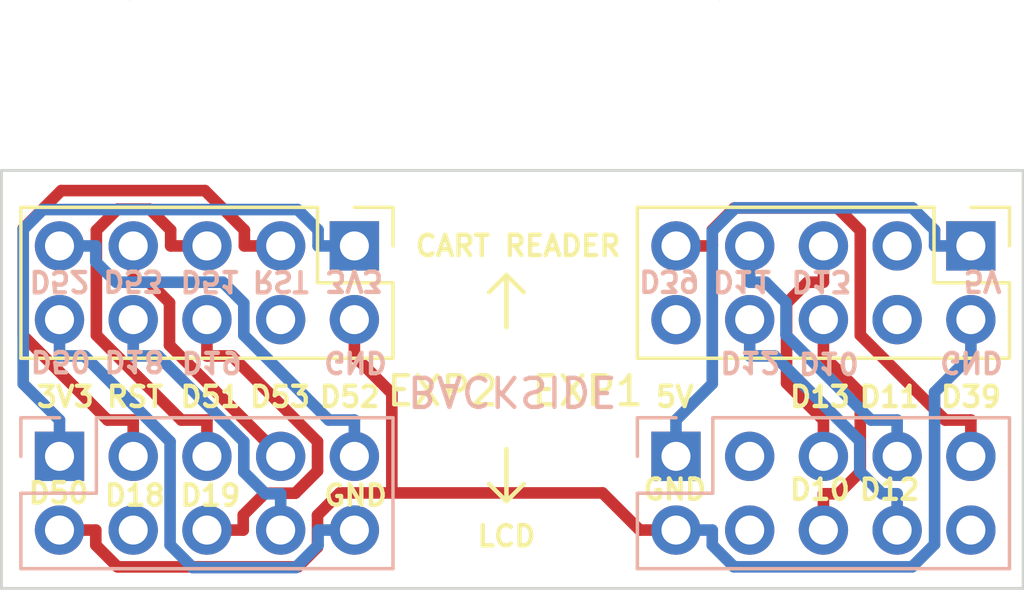
<source format=kicad_pcb>
(kicad_pcb (version 20211014) (generator pcbnew)
  (title_block (title "LCD Adapter") (date "2021-11-22") (rev "V1"))
  (layers (0 "F.Cu" signal) (31 "B.Cu" signal) (34 "B.Paste" user) (35 "F.Paste" user) (36 "B.SilkS" user "B.Silkscreen") (37 "F.SilkS" user "F.Silkscreen") (38 "B.Mask" user) (39 "F.Mask" user) (44 "Edge.Cuts" user))
  (net 0 "")
  (net 8 "D18")
  (net 9 "D19")
  (net 11 "D12")
  (net 12 "D13")
  (net 13 "D10")
  (net 14 "D11")
  (net 15 "RESET")
  (net 16 "GND")
  (net 17 "D39")
  (net 18 "+3V3")
  (net 19 "+5V")
  (net 20 "D53")
  (net 21 "D52")
  (net 22 "D51")
  (net 23 "D50")
  (footprint "Connector_PinHeader_2.54mm:PinHeader_2x05_P2.54mm_Vertical" (layer "F.Cu") (at 192.38 138.92 -90)
    (fp_text reference "J2" hide)
    (fp_text value "EXP1" hide)
    (fp_line (start -1.33 0) (end -1.33 -1.33) (layer "F.SilkS") (width 0.12))
    (fp_line (start -1.33 1.27) (end 1.27 1.27) (layer "F.SilkS") (width 0.12))
    (fp_line (start 3.87 -1.33) (end 3.87 11.49) (layer "F.SilkS") (width 0.12))
    (fp_line (start -1.33 11.49) (end 3.87 11.49) (layer "F.SilkS") (width 0.12))
    (fp_line (start -1.33 1.27) (end -1.33 11.49) (layer "F.SilkS") (width 0.12))
    (fp_line (start -1.33 -1.33) (end 0 -1.33) (layer "F.SilkS") (width 0.12))
    (fp_line (start 1.27 -1.33) (end 3.87 -1.33) (layer "F.SilkS") (width 0.12))
    (fp_line (start 1.27 1.27) (end 1.27 -1.33) (layer "F.SilkS") (width 0.12))
    (pad "1" thru_hole rect locked (at 0 0 270) (size 1.7 1.7) (drill 1) (layers *.Cu *.Mask) (net 19 "+5V"))
    (pad "2" thru_hole oval locked (at 2.54 0 270) (size 1.7 1.7) (drill 1) (layers *.Cu *.Mask) (net 16 "GND"))
    (pad "3" thru_hole oval locked (at 0 2.54 270) (size 1.7 1.7) (drill 1) (layers *.Cu *.Mask))
    (pad "4" thru_hole oval locked (at 2.54 2.54 270) (size 1.7 1.7) (drill 1) (layers *.Cu *.Mask))
    (pad "5" thru_hole oval locked (at 0 5.08 270) (size 1.7 1.7) (drill 1) (layers *.Cu *.Mask) (net 12 "D13"))
    (pad "6" thru_hole oval locked (at 2.54 5.08 270) (size 1.7 1.7) (drill 1) (layers *.Cu *.Mask) (net 13 "D10"))
    (pad "7" thru_hole oval locked (at 0 7.62 270) (size 1.7 1.7) (drill 1) (layers *.Cu *.Mask) (net 14 "D11"))
    (pad "8" thru_hole oval locked (at 2.54 7.62 270) (size 1.7 1.7) (drill 1) (layers *.Cu *.Mask) (net 11 "D12"))
    (pad "9" thru_hole oval locked (at 0 10.16 270) (size 1.7 1.7) (drill 1) (layers *.Cu *.Mask) (net 17 "D39"))
    (pad "10" thru_hole oval locked (at 2.54 10.16 270) (size 1.7 1.7) (drill 1) (layers *.Cu *.Mask))
  )
  (footprint "Connector_PinHeader_2.54mm:PinHeader_2x05_P2.54mm_Vertical" (layer "F.Cu") (at 171.14 138.92 -90)
    (fp_text reference "J1" hide)
    (fp_text value "EXP2" hide)
    (fp_line (start -1.33 -1.33) (end 0 -1.33) (layer "F.SilkS") (width 0.12))
    (fp_line (start 3.87 -1.33) (end 3.87 11.49) (layer "F.SilkS") (width 0.12))
    (fp_line (start 1.27 -1.33) (end 3.87 -1.33) (layer "F.SilkS") (width 0.12))
    (fp_line (start -1.33 0) (end -1.33 -1.33) (layer "F.SilkS") (width 0.12))
    (fp_line (start -1.33 11.49) (end 3.87 11.49) (layer "F.SilkS") (width 0.12))
    (fp_line (start -1.33 1.27) (end 1.27 1.27) (layer "F.SilkS") (width 0.12))
    (fp_line (start -1.33 1.27) (end -1.33 11.49) (layer "F.SilkS") (width 0.12))
    (fp_line (start 1.27 1.27) (end 1.27 -1.33) (layer "F.SilkS") (width 0.12))
    (pad "1" thru_hole rect locked (at 0 0 270) (size 1.7 1.7) (drill 1) (layers *.Cu *.Mask) (net 18 "+3V3"))
    (pad "2" thru_hole oval locked (at 2.54 0 270) (size 1.7 1.7) (drill 1) (layers *.Cu *.Mask) (net 16 "GND"))
    (pad "3" thru_hole oval locked (at 0 2.54 270) (size 1.7 1.7) (drill 1) (layers *.Cu *.Mask) (net 15 "RESET"))
    (pad "4" thru_hole oval locked (at 2.54 2.54 270) (size 1.7 1.7) (drill 1) (layers *.Cu *.Mask))
    (pad "5" thru_hole oval locked (at 0 5.08 270) (size 1.7 1.7) (drill 1) (layers *.Cu *.Mask) (net 22 "D51"))
    (pad "6" thru_hole oval locked (at 2.54 5.08 270) (size 1.7 1.7) (drill 1) (layers *.Cu *.Mask) (net 9 "D19"))
    (pad "7" thru_hole oval locked (at 0 7.62 270) (size 1.7 1.7) (drill 1) (layers *.Cu *.Mask) (net 20 "D53"))
    (pad "8" thru_hole oval locked (at 2.54 7.62 270) (size 1.7 1.7) (drill 1) (layers *.Cu *.Mask) (net 8 "D18"))
    (pad "9" thru_hole oval locked (at 0 10.16 270) (size 1.7 1.7) (drill 1) (layers *.Cu *.Mask) (net 21 "D52"))
    (pad "10" thru_hole oval locked (at 2.54 10.16 270) (size 1.7 1.7) (drill 1) (layers *.Cu *.Mask) (net 23 "D50"))
  )
  (footprint "Connector_PinHeader_2.54mm:PinHeader_2x05_P2.54mm_Vertical" (layer "B.Cu") (at 160.98 146.17 -90)
    (fp_text reference "J3" hide)
    (fp_text value "EXP2" hide)
    (fp_line (start 1.27 1.33) (end 3.87 1.33) (layer "B.SilkS") (width 0.12))
    (fp_line (start -1.33 -1.27) (end 1.27 -1.27) (layer "B.SilkS") (width 0.12))
    (fp_line (start -1.33 1.33) (end 0 1.33) (layer "B.SilkS") (width 0.12))
    (fp_line (start 1.27 -1.27) (end 1.27 1.33) (layer "B.SilkS") (width 0.12))
    (fp_line (start -1.33 -1.27) (end -1.33 -11.49) (layer "B.SilkS") (width 0.12))
    (fp_line (start 3.87 1.33) (end 3.87 -11.49) (layer "B.SilkS") (width 0.12))
    (fp_line (start -1.33 -11.49) (end 3.87 -11.49) (layer "B.SilkS") (width 0.12))
    (fp_line (start -1.33 0) (end -1.33 1.33) (layer "B.SilkS") (width 0.12))
    (pad "1" thru_hole rect locked (at 0 0 270) (size 1.7 1.7) (drill 1) (layers *.Cu *.Mask) (net 18 "+3V3"))
    (pad "2" thru_hole oval locked (at 2.54 0 270) (size 1.7 1.7) (drill 1) (layers *.Cu *.Mask) (net 16 "GND"))
    (pad "3" thru_hole oval locked (at 0 -2.54 270) (size 1.7 1.7) (drill 1) (layers *.Cu *.Mask) (net 15 "RESET"))
    (pad "4" thru_hole oval locked (at 2.54 -2.54 270) (size 1.7 1.7) (drill 1) (layers *.Cu *.Mask))
    (pad "5" thru_hole oval locked (at 0 -5.08 270) (size 1.7 1.7) (drill 1) (layers *.Cu *.Mask) (net 22 "D51"))
    (pad "6" thru_hole oval locked (at 2.54 -5.08 270) (size 1.7 1.7) (drill 1) (layers *.Cu *.Mask) (net 9 "D19"))
    (pad "7" thru_hole oval locked (at 0 -7.62 270) (size 1.7 1.7) (drill 1) (layers *.Cu *.Mask) (net 20 "D53"))
    (pad "8" thru_hole oval locked (at 2.54 -7.62 270) (size 1.7 1.7) (drill 1) (layers *.Cu *.Mask) (net 8 "D18"))
    (pad "9" thru_hole oval locked (at 0 -10.16 270) (size 1.7 1.7) (drill 1) (layers *.Cu *.Mask) (net 21 "D52"))
    (pad "10" thru_hole oval locked (at 2.54 -10.16 270) (size 1.7 1.7) (drill 1) (layers *.Cu *.Mask) (net 23 "D50"))
  )
  (footprint "Connector_PinHeader_2.54mm:PinHeader_2x05_P2.54mm_Vertical" (layer "B.Cu") (at 182.22 146.17 -90)
    (fp_text reference "J4" hide)
    (fp_text value "EXP1" hide)
    (fp_line (start -1.33 1.33) (end 0 1.33) (layer "B.SilkS") (width 0.12))
    (fp_line (start 1.27 -1.27) (end 1.27 1.33) (layer "B.SilkS") (width 0.12))
    (fp_line (start -1.33 0) (end -1.33 1.33) (layer "B.SilkS") (width 0.12))
    (fp_line (start 3.87 1.33) (end 3.87 -11.49) (layer "B.SilkS") (width 0.12))
    (fp_line (start -1.33 -1.27) (end -1.33 -11.49) (layer "B.SilkS") (width 0.12))
    (fp_line (start -1.33 -1.27) (end 1.27 -1.27) (layer "B.SilkS") (width 0.12))
    (fp_line (start 1.27 1.33) (end 3.87 1.33) (layer "B.SilkS") (width 0.12))
    (fp_line (start -1.33 -11.49) (end 3.87 -11.49) (layer "B.SilkS") (width 0.12))
    (pad "1" thru_hole rect locked (at 0 0 270) (size 1.7 1.7) (drill 1) (layers *.Cu *.Mask) (net 19 "+5V"))
    (pad "2" thru_hole oval locked (at 2.54 0 270) (size 1.7 1.7) (drill 1) (layers *.Cu *.Mask) (net 16 "GND"))
    (pad "3" thru_hole oval locked (at 0 -2.54 270) (size 1.7 1.7) (drill 1) (layers *.Cu *.Mask))
    (pad "4" thru_hole oval locked (at 2.54 -2.54 270) (size 1.7 1.7) (drill 1) (layers *.Cu *.Mask))
    (pad "5" thru_hole oval locked (at 0 -5.08 270) (size 1.7 1.7) (drill 1) (layers *.Cu *.Mask) (net 12 "D13"))
    (pad "6" thru_hole oval locked (at 2.54 -5.08 270) (size 1.7 1.7) (drill 1) (layers *.Cu *.Mask) (net 13 "D10"))
    (pad "7" thru_hole oval locked (at 0 -7.62 270) (size 1.7 1.7) (drill 1) (layers *.Cu *.Mask) (net 14 "D11"))
    (pad "8" thru_hole oval locked (at 2.54 -7.62 270) (size 1.7 1.7) (drill 1) (layers *.Cu *.Mask) (net 11 "D12"))
    (pad "9" thru_hole oval locked (at 0 -10.16 270) (size 1.7 1.7) (drill 1) (layers *.Cu *.Mask) (net 17 "D39"))
    (pad "10" thru_hole oval locked (at 2.54 -10.16 270) (size 1.7 1.7) (drill 1) (layers *.Cu *.Mask))
  )
  (gr_circle (center 163.4 130.457) (end 163.39 130.457) (layer "B.SilkS") (width 0.0001) (fill solid))
  (gr_circle (center 183.72 130.457) (end 183.71 130.457) (layer "B.SilkS") (width 0.0001) (fill solid))
  (gr_line (start 176.38 147.72) (end 176.98 147.12) (layer "F.SilkS") (width 0.15))
  (gr_line (start 176.38 141.72) (end 176.38 139.92) (layer "F.SilkS") (width 0.15))
  (gr_line (start 176.38 139.92) (end 176.98 140.52) (layer "F.SilkS") (width 0.15))
  (gr_line (start 176.38 147.72) (end 175.78 147.12) (layer "F.SilkS") (width 0.15))
  (gr_line (start 176.38 139.92) (end 175.78 140.52) (layer "F.SilkS") (width 0.15))
  (gr_line (start 176.38 145.92) (end 176.38 147.72) (layer "F.SilkS") (width 0.15))
  (gr_line (start 176.38 139.92) (end 176.38 141.72) (layer "F.SilkS") (width 0.15))
  (gr_line (start 176.38 147.72) (end 176.38 145.92) (layer "F.SilkS") (width 0.15))
  (gr_line (start 194.18 136.32) (end 158.98 136.32) (layer "Edge.Cuts") (width 0.1))
  (gr_line (start 158.98 136.32) (end 158.98 150.72) (layer "Edge.Cuts") (width 0.1))
  (gr_line (start 194.18 150.72) (end 194.18 136.32) (layer "Edge.Cuts") (width 0.1))
  (gr_line (start 158.98 150.72) (end 194.18 150.72) (layer "Edge.Cuts") (width 0.1))
  (gr_text "D10" (at 187.485 142.95 180) (layer "B.SilkS") (effects (font (size 0.7 0.7)) (justify mirror)))
  (gr_text "RST" (at 168.6 140.135 180) (layer "B.SilkS") (effects (font (size 0.7 0.7)) (justify mirror)))
  (gr_text "D11" (at 184.525 140.135 180) (layer "B.SilkS") (effects (font (size 0.7 0.7)) (justify mirror)))
  (gr_text "D39" (at 181.985 140.12 180) (layer "B.SilkS") (effects (font (size 0.7 0.7)) (justify mirror)))
  (gr_text "D50" (at 161.02 142.89 180) (layer "B.SilkS") (effects (font (size 0.7 0.7)) (justify mirror)))
  (gr_text "5V" (at 192.78 140.12 180) (layer "B.SilkS") (effects (font (size 0.7 0.7)) (justify mirror)))
  (gr_text "D13" (at 187.23 140.135 180) (layer "B.SilkS") (effects (font (size 0.7 0.7)) (justify mirror)))
  (gr_text "D52" (at 160.98 140.135 180) (layer "B.SilkS") (effects (font (size 0.7 0.7)) (justify mirror)))
  (gr_text "GND" (at 192.4 142.92 180) (layer "B.SilkS") (effects (font (size 0.7 0.7)) (justify mirror)))
  (gr_text "3V3" (at 171.14 140.12 180) (layer "B.SilkS") (effects (font (size 0.7 0.7)) (justify mirror)))
  (gr_text "D19" (at 166.22 142.92 180) (layer "B.SilkS") (effects (font (size 0.7 0.7)) (justify mirror)))
  (gr_text "BACKSIDE" (at 176.58 143.92 180) (layer "B.SilkS") (effects (font (size 1 1)) (justify mirror)))
  (gr_text "D53" (at 163.52 140.12 180) (layer "B.SilkS") (effects (font (size 0.7 0.7)) (justify mirror)))
  (gr_text "D12" (at 184.78 142.92 180) (layer "B.SilkS") (effects (font (size 0.7 0.7)) (justify mirror)))
  (gr_text "GND" (at 171.18 142.92 180) (layer "B.SilkS") (effects (font (size 0.7 0.7)) (justify mirror)))
  (gr_text "D18" (at 163.56 142.89 180) (layer "B.SilkS") (effects (font (size 0.7 0.7)) (justify mirror)))
  (gr_text "D51" (at 166.18 140.135 180) (layer "B.SilkS") (effects (font (size 0.7 0.7)) (justify mirror)))
  (gr_text "D39" (at 192.38 144.12) (layer "F.SilkS") (effects (font (size 0.7 0.7))))
  (gr_text "D51" (at 166.18 144.12) (layer "F.SilkS") (effects (font (size 0.7 0.7))))
  (gr_text "3V3" (at 161.18 144.12) (layer "F.SilkS") (effects (font (size 0.7 0.7))))
  (gr_text "D11" (at 189.58 144.12) (layer "F.SilkS") (effects (font (size 0.7 0.7))))
  (gr_text "D19" (at 166.18 147.52) (layer "F.SilkS") (effects (font (size 0.7 0.7))))
  (gr_text "D52" (at 170.98 144.12) (layer "F.SilkS") (effects (font (size 0.7 0.7))))
  (gr_text "5V" (at 182.18 144.12) (layer "F.SilkS") (effects (font (size 0.7 0.7))))
  (gr_text "GND" (at 171.18 147.52) (layer "F.SilkS") (effects (font (size 0.7 0.7))))
  (gr_text "D50" (at 160.95 147.44) (layer "F.SilkS") (effects (font (size 0.7 0.7))))
  (gr_text "D10" (at 187.18 147.32) (layer "F.SilkS") (effects (font (size 0.7 0.7))))
  (gr_text "CART READER" (at 176.78 138.92) (layer "F.SilkS") (effects (font (size 0.7 0.7))))
  (gr_text "D18" (at 163.58 147.52) (layer "F.SilkS") (effects (font (size 0.7 0.7))))
  (gr_text "RST" (at 163.58 144.12) (layer "F.SilkS") (effects (font (size 0.7 0.7))))
  (gr_text "LCD" (at 176.38 148.92) (layer "F.SilkS") (effects (font (size 0.7 0.7))))
  (gr_text "EXP1" (at 179.18 143.92) (layer "F.SilkS") (effects (font (size 1 1))))
  (gr_text "D53" (at 168.58 144.12) (layer "F.SilkS") (effects (font (size 0.7 0.7))))
  (gr_text "EXP2" (at 174.18 143.92) (layer "F.SilkS") (effects (font (size 1 1))))
  (gr_text "GND" (at 182.18 147.315) (layer "F.SilkS") (effects (font (size 0.7 0.7))))
  (gr_text "D12" (at 189.58 147.32) (layer "F.SilkS") (effects (font (size 0.7 0.7))))
  (gr_text "D13" (at 187.18 144.12) (layer "F.SilkS") (effects (font (size 0.7 0.7))))
  (segment (start 167.33 146.7078) (end 168.0819 147.4597) (width 0.4) (layer "B.Cu") (net 8))
  (segment (start 164.3796 142.7103) (end 167.33 145.6607) (width 0.4) (layer "B.Cu") (net 8))
  (segment (start 168.6 148.71) (end 168.6 147.4597) (width 0.4) (layer "B.Cu") (net 8))
  (segment (start 168.0819 147.4597) (end 168.6 147.4597) (width 0.4) (layer "B.Cu") (net 8))
  (segment (start 163.52 141.46) (end 163.52 142.7103) (width 0.4) (layer "B.Cu") (net 8))
  (segment (start 167.33 145.6607) (end 167.33 146.7078) (width 0.4) (layer "B.Cu") (net 8))
  (segment (start 163.52 142.7103) (end 164.3796 142.7103) (width 0.4) (layer "B.Cu") (net 8))
  (segment (start 169.87 146.6734) (end 169.1034 147.44) (width 0.4) (layer "F.Cu") (net 9))
  (segment (start 166.06 141.46) (end 166.06 142.7103) (width 0.4) (layer "F.Cu") (net 9))
  (segment (start 166.9196 142.7103) (end 169.87 145.6607) (width 0.4) (layer "F.Cu") (net 9))
  (segment (start 167.3103 148.1919) (end 167.3103 148.71) (width 0.4) (layer "F.Cu") (net 9))
  (segment (start 166.06 148.71) (end 167.3103 148.71) (width 0.4) (layer "F.Cu") (net 9))
  (segment (start 168.0622 147.44) (end 167.3103 148.1919) (width 0.4) (layer "F.Cu") (net 9))
  (segment (start 169.87 145.6607) (end 169.87 146.6734) (width 0.4) (layer "F.Cu") (net 9))
  (segment (start 166.06 142.7103) (end 166.9196 142.7103) (width 0.4) (layer "F.Cu") (net 9))
  (segment (start 169.1034 147.44) (end 168.0622 147.44) (width 0.4) (layer "F.Cu") (net 9))
  (segment (start 189.3219 147.4597) (end 189.84 147.4597) (width 0.4) (layer "B.Cu") (net 11))
  (segment (start 188.5504 145.6427) (end 188.5504 146.6882) (width 0.4) (layer "B.Cu") (net 11))
  (segment (start 185.618 142.7103) (end 188.5504 145.6427) (width 0.4) (layer "B.Cu") (net 11))
  (segment (start 184.76 142.7103) (end 185.618 142.7103) (width 0.4) (layer "B.Cu") (net 11))
  (segment (start 189.84 148.71) (end 189.84 147.4597) (width 0.4) (layer "B.Cu") (net 11))
  (segment (start 188.5504 146.6882) (end 189.3219 147.4597) (width 0.4) (layer "B.Cu") (net 11))
  (segment (start 184.76 141.46) (end 184.76 142.7103) (width 0.4) (layer "B.Cu") (net 11))
  (segment (start 187.3 138.92) (end 187.3 140.1703) (width 0.4) (layer "F.Cu") (net 12))
  (segment (start 187.3 146.17) (end 187.3 144.9197) (width 0.4) (layer "F.Cu") (net 12))
  (segment (start 186.03 140.8933) (end 186.03 143.6497) (width 0.4) (layer "F.Cu") (net 12))
  (segment (start 187.3 140.1703) (end 186.753 140.1703) (width 0.4) (layer "F.Cu") (net 12))
  (segment (start 186.03 143.6497) (end 187.3 144.9197) (width 0.4) (layer "F.Cu") (net 12))
  (segment (start 186.753 140.1703) (end 186.03 140.8933) (width 0.4) (layer "F.Cu") (net 12))
  (segment (start 188.57 143.9803) (end 188.57 146.7078) (width 0.4) (layer "F.Cu") (net 13))
  (segment (start 188.57 146.7078) (end 187.8181 147.4597) (width 0.4) (layer "F.Cu") (net 13))
  (segment (start 187.8181 147.4597) (end 187.3 147.4597) (width 0.4) (layer "F.Cu") (net 13))
  (segment (start 187.3 142.7103) (end 188.57 143.9803) (width 0.4) (layer "F.Cu") (net 13))
  (segment (start 187.3 148.71) (end 187.3 147.4597) (width 0.4) (layer "F.Cu") (net 13))
  (segment (start 187.3 141.46) (end 187.3 142.7103) (width 0.4) (layer "F.Cu") (net 13))
  (segment (start 186.0103 140.8735) (end 186.0103 141.9889) (width 0.4) (layer "B.Cu") (net 14))
  (segment (start 189.84 146.17) (end 189.84 144.9197) (width 0.4) (layer "B.Cu") (net 14))
  (segment (start 186.0103 141.9889) (end 188.9411 144.9197) (width 0.4) (layer "B.Cu") (net 14))
  (segment (start 185.3071 140.1703) (end 186.0103 140.8735) (width 0.4) (layer "B.Cu") (net 14))
  (segment (start 188.9411 144.9197) (end 189.84 144.9197) (width 0.4) (layer "B.Cu") (net 14))
  (segment (start 184.76 140.1703) (end 185.3071 140.1703) (width 0.4) (layer "B.Cu") (net 14))
  (segment (start 184.76 138.92) (end 184.76 140.1703) (width 0.4) (layer "B.Cu") (net 14))
  (segment (start 159.7296 138.3233) (end 159.7296 142.0135) (width 0.4) (layer "F.Cu") (net 15))
  (segment (start 162.6358 144.9197) (end 163.52 144.9197) (width 0.4) (layer "F.Cu") (net 15))
  (segment (start 167.3497 138.373) (end 165.9905 137.0138) (width 0.4) (layer "F.Cu") (net 15))
  (segment (start 165.9905 137.0138) (end 161.0391 137.0138) (width 0.4) (layer "F.Cu") (net 15))
  (segment (start 161.0391 137.0138) (end 159.7296 138.3233) (width 0.4) (layer "F.Cu") (net 15))
  (segment (start 163.52 146.17) (end 163.52 144.9197) (width 0.4) (layer "F.Cu") (net 15))
  (segment (start 168.6 138.92) (end 167.3497 138.92) (width 0.4) (layer "F.Cu") (net 15))
  (segment (start 167.3497 138.92) (end 167.3497 138.373) (width 0.4) (layer "F.Cu") (net 15))
  (segment (start 159.7296 142.0135) (end 162.6358 144.9197) (width 0.4) (layer "F.Cu") (net 15))
  (segment (start 172.4298 147.4301) (end 170.6377 147.4301) (width 0.4) (layer "F.Cu") (net 16))
  (segment (start 182.22 148.71) (end 180.9697 148.71) (width 0.4) (layer "F.Cu") (net 16))
  (segment (start 179.6898 147.4301) (end 172.4298 147.4301) (width 0.4) (layer "F.Cu") (net 16))
  (segment (start 172.4298 147.4301) (end 172.4298 144.0001) (width 0.4) (layer "F.Cu") (net 16))
  (segment (start 162.2303 149.2281) (end 162.2303 148.71) (width 0.4) (layer "F.Cu") (net 16))
  (segment (start 162.9803 149.9781) (end 162.2303 149.2281) (width 0.4) (layer "F.Cu") (net 16))
  (segment (start 180.9697 148.71) (end 179.6898 147.4301) (width 0.4) (layer "F.Cu") (net 16))
  (segment (start 160.98 148.71) (end 162.2303 148.71) (width 0.4) (layer "F.Cu") (net 16))
  (segment (start 170.6377 147.4301) (end 169.87 148.1978) (width 0.4) (layer "F.Cu") (net 16))
  (segment (start 171.14 141.46) (end 171.14 142.7103) (width 0.4) (layer "F.Cu") (net 16))
  (segment (start 169.87 149.2995) (end 169.1914 149.9781) (width 0.4) (layer "F.Cu") (net 16))
  (segment (start 169.87 148.1978) (end 169.87 149.2995) (width 0.4) (layer "F.Cu") (net 16))
  (segment (start 172.4298 144.0001) (end 171.14 142.7103) (width 0.4) (layer "F.Cu") (net 16))
  (segment (start 169.1914 149.9781) (end 162.9803 149.9781) (width 0.4) (layer "F.Cu") (net 16))
  (segment (start 192.38 142.7103) (end 191.1297 143.9606) (width 0.4) (layer "B.Cu") (net 16))
  (segment (start 192.38 141.46) (end 192.38 142.7103) (width 0.4) (layer "B.Cu") (net 16))
  (segment (start 191.1297 143.9606) (end 191.1297 149.2022) (width 0.4) (layer "B.Cu") (net 16))
  (segment (start 182.22 148.71) (end 183.4703 148.71) (width 0.4) (layer "B.Cu") (net 16))
  (segment (start 184.2186 149.9764) (end 183.4703 149.2281) (width 0.4) (layer "B.Cu") (net 16))
  (segment (start 183.4703 149.2281) (end 183.4703 148.71) (width 0.4) (layer "B.Cu") (net 16))
  (segment (start 191.1297 149.2022) (end 190.3555 149.9764) (width 0.4) (layer "B.Cu") (net 16))
  (segment (start 190.3555 149.9764) (end 184.2186 149.9764) (width 0.4) (layer "B.Cu") (net 16))
  (segment (start 187.79 137.6138) (end 188.57 138.3938) (width 0.4) (layer "F.Cu") (net 17))
  (segment (start 184.2295 137.6138) (end 187.79 137.6138) (width 0.4) (layer "F.Cu") (net 17))
  (segment (start 182.22 138.92) (end 183.4703 138.92) (width 0.4) (layer "F.Cu") (net 17))
  (segment (start 188.57 141.9939) (end 191.4958 144.9197) (width 0.4) (layer "F.Cu") (net 17))
  (segment (start 183.4703 138.373) (end 184.2295 137.6138) (width 0.4) (layer "F.Cu") (net 17))
  (segment (start 188.57 138.3938) (end 188.57 141.9939) (width 0.4) (layer "F.Cu") (net 17))
  (segment (start 191.4958 144.9197) (end 192.38 144.9197) (width 0.4) (layer "F.Cu") (net 17))
  (segment (start 183.4703 138.92) (end 183.4703 138.373) (width 0.4) (layer "F.Cu") (net 17))
  (segment (start 192.38 146.17) (end 192.38 144.9197) (width 0.4) (layer "F.Cu") (net 17))
  (segment (start 169.8897 138.373) (end 169.1842 137.6675) (width 0.4) (layer "B.Cu") (net 18))
  (segment (start 171.14 138.92) (end 169.8897 138.92) (width 0.4) (layer "B.Cu") (net 18))
  (segment (start 159.7297 138.3474) (end 159.7297 143.6694) (width 0.4) (layer "B.Cu") (net 18))
  (segment (start 160.4096 137.6675) (end 159.7297 138.3474) (width 0.4) (layer "B.Cu") (net 18))
  (segment (start 159.7297 143.6694) (end 160.98 144.9197) (width 0.4) (layer "B.Cu") (net 18))
  (segment (start 169.8897 138.92) (end 169.8897 138.373) (width 0.4) (layer "B.Cu") (net 18))
  (segment (start 169.1842 137.6675) (end 160.4096 137.6675) (width 0.4) (layer "B.Cu") (net 18))
  (segment (start 160.98 146.17) (end 160.98 144.9197) (width 0.4) (layer "B.Cu") (net 18))
  (segment (start 191.1297 138.373) (end 190.3642 137.6075) (width 0.4) (layer "B.Cu") (net 19))
  (segment (start 190.3642 137.6075) (end 184.2711 137.6075) (width 0.4) (layer "B.Cu") (net 19))
  (segment (start 183.4703 143.6694) (end 182.22 144.9197) (width 0.4) (layer "B.Cu") (net 19))
  (segment (start 183.4703 138.4083) (end 183.4703 143.6694) (width 0.4) (layer "B.Cu") (net 19))
  (segment (start 184.2711 137.6075) (end 183.4703 138.4083) (width 0.4) (layer "B.Cu") (net 19))
  (segment (start 182.22 146.17) (end 182.22 144.9197) (width 0.4) (layer "B.Cu") (net 19))
  (segment (start 191.1297 138.92) (end 191.1297 138.373) (width 0.4) (layer "B.Cu") (net 19))
  (segment (start 192.38 138.92) (end 191.1297 138.92) (width 0.4) (layer "B.Cu") (net 19))
  (segment (start 164.7703 142.3403) (end 168.6 146.17) (width 0.4) (layer "F.Cu") (net 20))
  (segment (start 163.52 138.92) (end 163.52 140.1703) (width 0.4) (layer "F.Cu") (net 20))
  (segment (start 164.7703 140.8735) (end 164.7703 142.3403) (width 0.4) (layer "F.Cu") (net 20))
  (segment (start 163.52 140.1703) (end 164.0671 140.1703) (width 0.4) (layer "F.Cu") (net 20))
  (segment (start 164.0671 140.1703) (end 164.7703 140.8735) (width 0.4) (layer "F.Cu") (net 20))
  (segment (start 167.33 141.9939) (end 170.2558 144.9197) (width 0.4) (layer "B.Cu") (net 21))
  (segment (start 171.14 146.17) (end 171.14 144.9197) (width 0.4) (layer "B.Cu") (net 21))
  (segment (start 162.2303 139.4671) (end 162.9335 140.1703) (width 0.4) (layer "B.Cu") (net 21))
  (segment (start 170.2558 144.9197) (end 171.14 144.9197) (width 0.4) (layer "B.Cu") (net 21))
  (segment (start 160.98 138.92) (end 162.2303 138.92) (width 0.4) (layer "B.Cu") (net 21))
  (segment (start 166.6065 140.1703) (end 167.33 140.8938) (width 0.4) (layer "B.Cu") (net 21))
  (segment (start 162.2303 138.92) (end 162.2303 139.4671) (width 0.4) (layer "B.Cu") (net 21))
  (segment (start 162.9335 140.1703) (end 166.6065 140.1703) (width 0.4) (layer "B.Cu") (net 21))
  (segment (start 167.33 140.8938) (end 167.33 141.9939) (width 0.4) (layer "B.Cu") (net 21))
  (segment (start 162.25 141.9939) (end 165.1758 144.9197) (width 0.4) (layer "F.Cu") (net 22))
  (segment (start 162.9828 137.6512) (end 162.25 138.384) (width 0.4) (layer "F.Cu") (net 22))
  (segment (start 165.1758 144.9197) (end 166.06 144.9197) (width 0.4) (layer "F.Cu") (net 22))
  (segment (start 166.06 138.92) (end 164.8097 138.92) (width 0.4) (layer "F.Cu") (net 22))
  (segment (start 162.25 138.384) (end 162.25 141.9939) (width 0.4) (layer "F.Cu") (net 22))
  (segment (start 164.8097 138.92) (end 164.8097 138.373) (width 0.4) (layer "F.Cu") (net 22))
  (segment (start 164.8097 138.373) (end 164.0879 137.6512) (width 0.4) (layer "F.Cu") (net 22))
  (segment (start 166.06 146.17) (end 166.06 144.9197) (width 0.4) (layer "F.Cu") (net 22))
  (segment (start 164.0879 137.6512) (end 162.9828 137.6512) (width 0.4) (layer "F.Cu") (net 22))
  (segment (start 164.79 145.6607) (end 164.79 149.2219) (width 0.4) (layer "B.Cu") (net 23))
  (segment (start 160.98 142.7103) (end 161.8396 142.7103) (width 0.4) (layer "B.Cu") (net 23))
  (segment (start 161.8396 142.7103) (end 164.79 145.6607) (width 0.4) (layer "B.Cu") (net 23))
  (segment (start 169.8897 149.2281) (end 169.8897 148.71) (width 0.4) (layer "B.Cu") (net 23))
  (segment (start 160.98 141.46) (end 160.98 142.7103) (width 0.4) (layer "B.Cu") (net 23))
  (segment (start 165.5706 150.0025) (end 169.1153 150.0025) (width 0.4) (layer "B.Cu") (net 23))
  (segment (start 164.79 149.2219) (end 165.5706 150.0025) (width 0.4) (layer "B.Cu") (net 23))
  (segment (start 171.14 148.71) (end 169.8897 148.71) (width 0.4) (layer "B.Cu") (net 23))
  (segment (start 169.1153 150.0025) (end 169.8897 149.2281) (width 0.4) (layer "B.Cu") (net 23))
)
</source>
